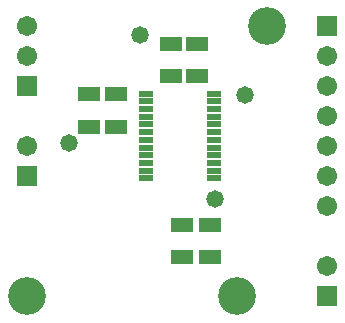
<source format=gts>
%FSTAX23Y23*%
%MOIN*%
%SFA1B1*%

%IPPOS*%
%ADD21R,0.074930X0.051310*%
%ADD22R,0.047000X0.020000*%
%ADD23C,0.126110*%
%ADD24C,0.067060*%
%ADD25R,0.067060X0.067060*%
%ADD26C,0.058000*%
%LNpcb1-1*%
%LPD*%
G54D21*
X0043Y00773D03*
Y00666D03*
X007Y00835D03*
Y00941D03*
X0065Y00231D03*
Y00338D03*
X0034Y00773D03*
Y00666D03*
X00745Y00231D03*
Y00338D03*
X00615Y00835D03*
Y00941D03*
G54D22*
X0053Y00775D03*
Y0075D03*
Y00724D03*
Y00698D03*
Y00673D03*
Y00647D03*
Y00622D03*
Y00596D03*
Y00571D03*
Y00545D03*
Y00519D03*
Y00494D03*
X00759D03*
Y00519D03*
Y00545D03*
Y00571D03*
Y00596D03*
Y00622D03*
Y00647D03*
Y00673D03*
Y00698D03*
Y00724D03*
Y0075D03*
Y00775D03*
G54D23*
X00835Y001D03*
X00935Y01D03*
X00135Y001D03*
G54D24*
X01135Y004D03*
Y005D03*
Y006D03*
Y007D03*
Y009D03*
Y008D03*
Y002D03*
X00135Y006D03*
Y009D03*
Y01D03*
G54D25*
X01135Y01D03*
Y001D03*
X00135Y005D03*
Y008D03*
G54D26*
X0086Y0077D03*
X0051Y0097D03*
X0076Y00425D03*
X00275Y0061D03*
M02*
</source>
